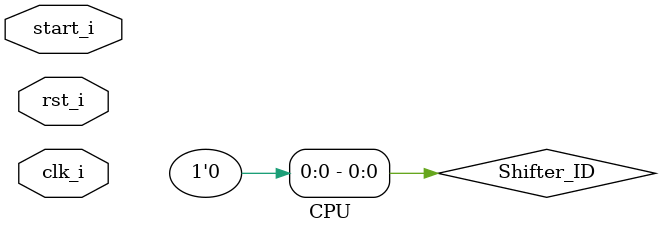
<source format=v>
module CPU
(
    clk_i, 
    rst_i,
    start_i
);

integer counter;

initial begin
    counter = 0;
end

always @(posedge clk_i) begin
    counter = counter + 1;
end

// ports
input clk_i;
input rst_i;
input start_i;

// wires in IF stage
wire [31:0] Adder_IF, Mux21_IF, Pc_IF, Instruction_IF;

// wires in ID stage
wire PCWrite_ID, Stall_ID, Flush_ID, NoOp_ID, Branch_ID;
wire RegWrite_ID, MemtoReg_ID, MemRead_ID, MemWrite_ID, ALUSrc_ID, Comparator_ID;
wire [1:0] ALUOp_ID;
wire [31:0] Read_Data_1_ID, Read_Data_2_ID;
wire [31:0] Pc_ID, Instruction_ID, Shifter_ID, Adder_ID, Imm_Gen_ID;

// wires in EX stage
wire RegWrite_EX, MemtoReg_EX, MemRead_EX, MemWrite_EX;
wire ALUSrc_EX;
wire [1:0] ALUOp_EX, Forward_A_EX, Forward_B_EX;
wire [2:0] ALU_Control_EX;
wire [4:0] Read_Register_1_EX, Read_Register_2_EX, Write_Register_EX;
wire [9:0] Funct_EX;
wire [31:0] Read_Data_1_EX, Read_Data_2_EX, Imm_Gen_EX;
wire [31:0] Mux21_A_1_EX, Mux21_B_1_EX, Mux21_A_2_EX, Mux21_B_2_EX, Mux21_C_EX, ALU_Result_EX;

// wires in MEM stage
wire RegWrite_MEM, MemtoReg_MEM, MemRead_MEM, MemWrite_MEM;
wire [4:0] Write_Register_MEM;
wire [31:0] ALU_Result_MEM, Write_Data_MEM, Read_Data_MEM;

// wires in WB stage
wire RegWrite_WB, MemtoReg_WB;
wire [4:0] Write_Register_WB;
wire [31:0] ALU_Result_WB, Read_Data_WB, Mux21_WB;

// initial conditions for wires
wire PCWrite_ID_module, Flush_ID_module, Stall_ID_module;
assign Stall_ID = (counter === 1 || counter === 2) ? 0 : Stall_ID_module;
assign PCWrite_ID = (counter === 1 || counter === 2) ? 1 : PCWrite_ID_module;
assign Flush_ID = (counter === 1) ? 0 : Flush_ID_module;

wire NoOp_ID_module;
wire [4:0] Write_Register_WB_module;
wire [31:0] Mux21_WB_module;
assign NoOp_ID = (counter === 1 || Instruction_ID === 0) ? 1 : NoOp_ID_module;
assign Write_Register_WB = (counter === 1 || counter === 2 || counter === 3 || counter === 4) ? 0 : Write_Register_WB_module;
assign Mux21_WB = (counter === 1 || counter === 2 || counter === 3 || counter === 4) ? Read_Data_1_ID : Mux21_WB_module;

wire RegWrite_MEM_module;
assign RegWrite_MEM = (counter === 1 || counter === 2 || counter === 3) ? 0 : RegWrite_MEM_module;

// pipeline Registers
IF_ID IF_ID (
    .clk_i (clk_i),
    .Pc_i (Pc_IF),
    .Flush_i (Flush_ID),
    .Stall_i (Stall_ID),
    .Instruction_i (Instruction_IF),
    .Pc_o (Pc_ID),
    .Instruction_o (Instruction_ID)
);

ID_EX ID_EX (
    .clk_i (clk_i),
    .RegWrite_i (RegWrite_ID),
    .MemtoReg_i (MemtoReg_ID),
    .MemRead_i (MemRead_ID),
    .MemWrite_i (MemWrite_ID),
    .ALUOp_i (ALUOp_ID),
    .ALUSrc_i (ALUSrc_ID),
    .Read_Data_1_i (Read_Data_1_ID),
    .Read_Data_2_i (Read_Data_2_ID),
    .Imm_Gen_i (Imm_Gen_ID),
    .Funct_i ({Instruction_ID[31:25], Instruction_ID[14:12]}),
    .Read_Register_1_i (Instruction_ID[19:15]),
    .Read_Register_2_i (Instruction_ID[24:20]),
    .Write_Register_i (Instruction_ID[11:7]),
    .RegWrite_o (RegWrite_EX),
    .MemtoReg_o (MemtoReg_EX),
    .MemRead_o (MemRead_EX),
    .MemWrite_o (MemWrite_EX),
    .ALUOp_o (ALUOp_EX),
    .ALUSrc_o (ALUSrc_EX),
    .Read_Data_1_o (Read_Data_1_EX),
    .Read_Data_2_o (Read_Data_2_EX),
    .Imm_Gen_o (Imm_Gen_EX),
    .Funct_o (Funct_EX),
    .Read_Register_1_o (Read_Register_1_EX),
    .Read_Register_2_o (Read_Register_2_EX),
    .Write_Register_o (Write_Register_EX)
);

EX_MEM EX_MEM (
    .clk_i (clk_i),
    .RegWrite_i (RegWrite_EX),
    .MemtoReg_i (MemtoReg_EX),
    .MemRead_i (MemRead_EX),
    .MemWrite_i (MemWrite_EX),
    .ALU_Result_i (ALU_Result_EX),
    .Read_Data_2_i (Mux21_B_2_EX),
    .Write_Register_i (Write_Register_EX),
    .RegWrite_o (RegWrite_MEM_module),
    .MemtoReg_o (MemtoReg_MEM),
    .MemRead_o (MemRead_MEM),
    .MemWrite_o (MemWrite_MEM),
    .ALU_Result_o (ALU_Result_MEM),
    .Read_Data_2_o (Write_Data_MEM),
    .Write_Register_o (Write_Register_MEM)
);

MEM_WB MEM_WB (
    .clk_i (clk_i),
    .RegWrite_i (RegWrite_MEM),
    .MemtoReg_i (MemtoReg_MEM),
    .ALU_Result_i (ALU_Result_MEM),
    .Read_Data_i (Read_Data_MEM),
    .Write_Register_i (Write_Register_MEM),
    .RegWrite_o (RegWrite_WB),
    .MemtoReg_o (MemtoReg_WB),
    .ALU_Result_o (ALU_Result_WB),
    .Read_Data_o (Read_Data_WB),
    .Write_Register_o (Write_Register_WB_module)
);

// modules in IF stage
assign Adder_IF = Pc_IF + 32'b100;

MUX32 MUX21_IF(
    .Data_1_i (Adder_IF),
    .Data_2_i (Adder_ID),
    .Control_i (Flush_ID),
    .Data_o (Mux21_IF)
);

PC PC(
    .clk_i      (clk_i),
    .rst_i      (rst_i),
    .start_i    (start_i),
    .PCWrite_i  (PCWrite_ID),
    .pc_i       (Mux21_IF),
    .pc_o       (Pc_IF)
);

Instruction_Memory Instruction_Memory(
    .addr_i     (Pc_IF), 
    .instr_o    (Instruction_IF)
);

// modules in ID stage
assign Shifter_ID = Imm_Gen_ID << 1;
assign Adder_ID = Shifter_ID + Pc_ID;
assign Comparator_ID = (Read_Data_1_ID === Read_Data_2_ID);
assign Flush_ID_module = Branch_ID && Comparator_ID;

Control Control(
    .Op_i (Instruction_ID[6:0]),
    .NoOp_i (NoOp_ID),
    .RegWrite_o (RegWrite_ID),
    .MemtoReg_o (MemtoReg_ID),
    .MemRead_o (MemRead_ID),
    .MemWrite_o (MemWrite_ID),
    .ALUOp_o (ALUOp_ID),
    .ALUSrc_o (ALUSrc_ID),
    .Branch_o (Branch_ID)
);

Registers Registers(
    .clk_i       (clk_i),
    .RS1addr_i   (Instruction_ID[19:15]),
    .RS2addr_i   (Instruction_ID[24:20]),
    .RDaddr_i    (Write_Register_WB), 
    .RDdata_i    (Mux21_WB),
    .RegWrite_i  (RegWrite_WB), 
    .RS1data_o   (Read_Data_1_ID), 
    .RS2data_o   (Read_Data_2_ID) 
);

Imm_Gen Imm_Gen(
    .Imm_i (Instruction_ID),
    .Imm_o (Imm_Gen_ID)
);

Hazard_Detection_Unit Hazard_Detection_Unit(
    .Read_Register_1_ID_i (Instruction_ID[19:15]),
    .Read_Register_2_ID_i (Instruction_ID[24:20]),
    .Write_Register_EX_i (Write_Register_EX),
    .MemRead_EX_i (MemRead_EX),
    .NoOp_o (NoOp_ID_module),
    .Stall_o (Stall_ID_module),
    .PCWrite_o (PCWrite_ID_module)
);

// modules in EX stage
ALU ALU(
    .Data_1_i (Mux21_A_2_EX),
    .Data_2_i (Mux21_C_EX),
    .ALUCtrl_i (ALU_Control_EX),
    .Data_o (ALU_Result_EX)
);

ALU_Control ALU_Control(
    .Funct_i (Funct_EX),
    .ALUOp_i (ALUOp_EX),
    .ALUCtrl_o (ALU_Control_EX)
);

Forwarding_Unit Forwarding_Unit(
    .Read_Register_1_EX_i (Read_Register_1_EX),
    .Read_Register_2_EX_i (Read_Register_2_EX),
    .Write_Register_MEM_i (Write_Register_MEM),
    .RegWrite_MEM_i (RegWrite_MEM),
    .Write_Register_WB_i (Write_Register_WB),
    .RegWrite_WB_i (RegWrite_WB),
    .Forward_A_o (Forward_A_EX),
    .Forward_B_o (Forward_B_EX)
);

MUX32 MUX21_A_1_EX(
    .Data_1_i (Read_Data_1_EX),
    .Data_2_i (Mux21_WB),
    .Control_i (Forward_A_EX[0]),
    .Data_o (Mux21_A_1_EX)
);

MUX32 MUX21_A_2_EX(
    .Data_1_i (Mux21_A_1_EX),
    .Data_2_i (ALU_Result_MEM),
    .Control_i (Forward_A_EX[1]),
    .Data_o (Mux21_A_2_EX)
);

MUX32 MUX21_B_1_EX(
    .Data_1_i (Read_Data_2_EX),
    .Data_2_i (Mux21_WB),
    .Control_i (Forward_B_EX[0]),
    .Data_o (Mux21_B_1_EX)
);

MUX32 MUX21_B_2_EX(
    .Data_1_i (Mux21_B_1_EX),
    .Data_2_i (ALU_Result_MEM),
    .Control_i (Forward_B_EX[1]),
    .Data_o (Mux21_B_2_EX)
);

MUX32 MUX21_C_EX(
    .Data_1_i (Mux21_B_2_EX),
    .Data_2_i (Imm_Gen_EX),
    .Control_i (ALUSrc_EX),
    .Data_o (Mux21_C_EX)
);

// modules in MEM stage
Data_Memory Data_Memory(
    .clk_i (clk_i), 
    .addr_i (ALU_Result_MEM), 
    .MemRead_i (MemRead_MEM),
    .MemWrite_i (MemWrite_MEM),
    .data_i (Write_Data_MEM),
    .data_o (Read_Data_MEM)
);

// modules in WB stage
MUX32 MUX21_WB(
    .Data_1_i (ALU_Result_WB),
    .Data_2_i (Read_Data_WB),
    .Control_i (MemtoReg_WB),
    .Data_o (Mux21_WB_module)
);

endmodule
</source>
